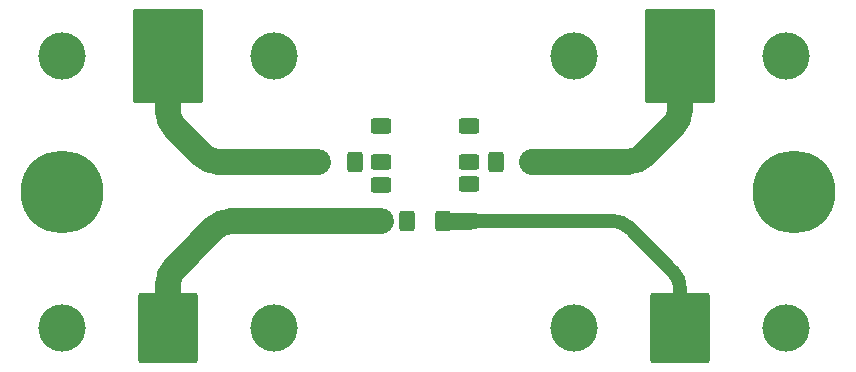
<source format=gbr>
%TF.GenerationSoftware,KiCad,Pcbnew,9.0.3*%
%TF.CreationDate,2025-08-16T18:31:38+02:00*%
%TF.ProjectId,Richtkoppler,52696368-746b-46f7-9070-6c65722e6b69,1.0*%
%TF.SameCoordinates,Original*%
%TF.FileFunction,Soldermask,Top*%
%TF.FilePolarity,Negative*%
%FSLAX46Y46*%
G04 Gerber Fmt 4.6, Leading zero omitted, Abs format (unit mm)*
G04 Created by KiCad (PCBNEW 9.0.3) date 2025-08-16 18:31:38*
%MOMM*%
%LPD*%
G01*
G04 APERTURE LIST*
G04 Aperture macros list*
%AMRoundRect*
0 Rectangle with rounded corners*
0 $1 Rounding radius*
0 $2 $3 $4 $5 $6 $7 $8 $9 X,Y pos of 4 corners*
0 Add a 4 corners polygon primitive as box body*
4,1,4,$2,$3,$4,$5,$6,$7,$8,$9,$2,$3,0*
0 Add four circle primitives for the rounded corners*
1,1,$1+$1,$2,$3*
1,1,$1+$1,$4,$5*
1,1,$1+$1,$6,$7*
1,1,$1+$1,$8,$9*
0 Add four rect primitives between the rounded corners*
20,1,$1+$1,$2,$3,$4,$5,0*
20,1,$1+$1,$4,$5,$6,$7,0*
20,1,$1+$1,$6,$7,$8,$9,0*
20,1,$1+$1,$8,$9,$2,$3,0*%
G04 Aperture macros list end*
%ADD10C,2.200000*%
%ADD11C,1.400000*%
%ADD12C,1.200000*%
%ADD13RoundRect,0.250000X0.625000X-0.400000X0.625000X0.400000X-0.625000X0.400000X-0.625000X-0.400000X0*%
%ADD14RoundRect,0.250000X-0.400000X-0.625000X0.400000X-0.625000X0.400000X0.625000X-0.400000X0.625000X0*%
%ADD15RoundRect,0.250000X-0.625000X0.400000X-0.625000X-0.400000X0.625000X-0.400000X0.625000X0.400000X0*%
%ADD16RoundRect,0.250000X0.400000X0.625000X-0.400000X0.625000X-0.400000X-0.625000X0.400000X-0.625000X0*%
%ADD17RoundRect,0.300000X2.700000X-3.700000X2.700000X3.700000X-2.700000X3.700000X-2.700000X-3.700000X0*%
%ADD18C,4.000000*%
%ADD19RoundRect,0.250000X-2.250000X2.750000X-2.250000X-2.750000X2.250000X-2.750000X2.250000X2.750000X0*%
%ADD20C,7.000000*%
G04 APERTURE END LIST*
D10*
X156784314Y-89415685D02*
X154315685Y-91884314D01*
D11*
X137300000Y-97450000D02*
X139500000Y-97450000D01*
D10*
X114000000Y-88200000D02*
X114000000Y-83500000D01*
D12*
X157350000Y-103150000D02*
X157350000Y-106500000D01*
X151650000Y-97450000D02*
X139500000Y-97450000D01*
D10*
X114000000Y-102800000D02*
X114000000Y-106500000D01*
D12*
X156784314Y-101784313D02*
G75*
G02*
X157349992Y-103150000I-1365714J-1365687D01*
G01*
X151650000Y-97449999D02*
G75*
G02*
X153015671Y-98015699I0J-1931301D01*
G01*
D10*
X157349999Y-88049999D02*
G75*
G02*
X156784320Y-89415691I-1931399J-1D01*
G01*
X154315685Y-91884314D02*
G75*
G02*
X152950000Y-92449991I-1365685J1365714D01*
G01*
D12*
X151650000Y-97450000D02*
X139500000Y-97450000D01*
X156784314Y-101784313D02*
G75*
G02*
X157349992Y-103150000I-1365714J-1365687D01*
G01*
X151650000Y-97449999D02*
G75*
G02*
X153015671Y-98015699I0J-1931301D01*
G01*
D10*
X117934314Y-98065685D02*
X114565685Y-101434314D01*
D12*
X153015685Y-98015685D02*
X156784314Y-101784314D01*
D10*
X114565685Y-89565685D02*
G75*
G02*
X114000038Y-88200000I1365815J1365685D01*
G01*
X152950000Y-92450000D02*
X144850000Y-92450000D01*
D12*
X153015685Y-98015685D02*
X156784314Y-101784314D01*
D10*
X119300000Y-97500000D02*
X132000000Y-97500000D01*
X117934314Y-98065685D02*
G75*
G02*
X119300000Y-97500008I1365686J-1365715D01*
G01*
X114565685Y-89565685D02*
X116884314Y-91884314D01*
X118250000Y-92450000D02*
X126700000Y-92450000D01*
X118250000Y-92449999D02*
G75*
G02*
X116884309Y-91884319I0J1931399D01*
G01*
X157350000Y-88050000D02*
X157350000Y-83500000D01*
D12*
X157350000Y-103150000D02*
X157350000Y-106500000D01*
D10*
X114000000Y-102800000D02*
G75*
G02*
X114565679Y-101434308I1931400J0D01*
G01*
D13*
%TO.C,R7*%
X139500000Y-97450000D03*
X139500000Y-94350000D03*
%TD*%
D14*
%TO.C,R4*%
X134200000Y-97450000D03*
X137300000Y-97450000D03*
%TD*%
D15*
%TO.C,R5*%
X139500000Y-89400000D03*
X139500000Y-92500000D03*
%TD*%
%TO.C,R2*%
X132000000Y-94400000D03*
X132000000Y-97500000D03*
%TD*%
D16*
%TO.C,R6*%
X144850000Y-92450000D03*
X141750000Y-92450000D03*
%TD*%
D13*
%TO.C,R3*%
X132000000Y-92500000D03*
X132000000Y-89400000D03*
%TD*%
D17*
%TO.C,X1*%
X114000000Y-83500000D03*
D18*
X105000000Y-83500000D03*
X123000000Y-83500000D03*
%TD*%
D19*
%TO.C,X4*%
X157350000Y-106500000D03*
D18*
X166350000Y-106500000D03*
X148350000Y-106500000D03*
%TD*%
D14*
%TO.C,R1*%
X126700000Y-92450000D03*
X129800000Y-92450000D03*
%TD*%
D19*
%TO.C,X2*%
X114000000Y-106500000D03*
D18*
X123000000Y-106500000D03*
X105000000Y-106500000D03*
%TD*%
D17*
%TO.C,X3*%
X157350000Y-83500000D03*
D18*
X148350000Y-83500000D03*
X166350000Y-83500000D03*
%TD*%
D20*
X167000000Y-95000000D03*
X105000000Y-95000000D03*
M02*

</source>
